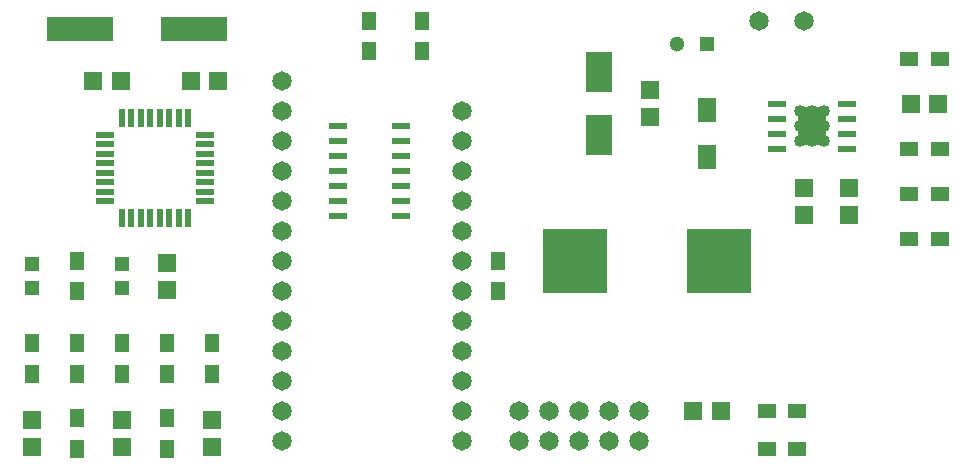
<source format=gts>
G04 #@! TF.FileFunction,Soldermask,Top*
%FSLAX46Y46*%
G04 Gerber Fmt 4.6, Leading zero omitted, Abs format (unit mm)*
G04 Created by KiCad (PCBNEW 0.201507012246+5852~23~ubuntu14.04.1-product) date Sat 04 Jul 2015 06:56:47 PM CDT*
%MOMM*%
G01*
G04 APERTURE LIST*
%ADD10C,0.100000*%
%ADD11R,1.600000X2.000000*%
%ADD12R,1.498600X1.498600*%
%ADD13R,1.198880X1.198880*%
%ADD14R,0.550000X1.600000*%
%ADD15R,1.600000X0.550000*%
%ADD16R,5.400000X5.400000*%
%ADD17C,1.651000*%
%ADD18R,1.501140X1.198880*%
%ADD19R,1.198880X1.501140*%
%ADD20R,1.500000X0.600000*%
%ADD21R,5.600700X2.100580*%
%ADD22R,2.301240X3.500120*%
%ADD23R,2.413000X3.302000*%
%ADD24R,1.500000X0.500000*%
%ADD25C,1.016000*%
%ADD26C,1.300000*%
%ADD27R,1.300000X1.300000*%
G04 APERTURE END LIST*
D10*
D11*
X127635000Y-123285000D03*
X127635000Y-119285000D03*
D12*
X144899380Y-118745000D03*
X147200620Y-118745000D03*
X122809000Y-119895620D03*
X122809000Y-117594380D03*
X135890000Y-125849380D03*
X135890000Y-128150620D03*
X139700000Y-125849380D03*
X139700000Y-128150620D03*
X81915000Y-132199380D03*
X81915000Y-134500620D03*
X70485000Y-145534380D03*
X70485000Y-147835620D03*
X78105000Y-147835620D03*
X78105000Y-145534380D03*
X86240620Y-116840000D03*
X83939380Y-116840000D03*
X75684380Y-116840000D03*
X77985620Y-116840000D03*
D13*
X78105000Y-132300980D03*
X78105000Y-134399020D03*
X70485000Y-132300980D03*
X70485000Y-134399020D03*
D14*
X83699000Y-119956000D03*
X82899000Y-119956000D03*
X82099000Y-119956000D03*
X81299000Y-119956000D03*
X80499000Y-119956000D03*
X79699000Y-119956000D03*
X78899000Y-119956000D03*
X78099000Y-119956000D03*
D15*
X76649000Y-121406000D03*
X76649000Y-122206000D03*
X76649000Y-123006000D03*
X76649000Y-123806000D03*
X76649000Y-124606000D03*
X76649000Y-125406000D03*
X76649000Y-126206000D03*
X76649000Y-127006000D03*
D14*
X78099000Y-128456000D03*
X78899000Y-128456000D03*
X79699000Y-128456000D03*
X80499000Y-128456000D03*
X81299000Y-128456000D03*
X82099000Y-128456000D03*
X82899000Y-128456000D03*
X83699000Y-128456000D03*
D15*
X85149000Y-127006000D03*
X85149000Y-126206000D03*
X85149000Y-125406000D03*
X85149000Y-124606000D03*
X85149000Y-123806000D03*
X85149000Y-123006000D03*
X85149000Y-122206000D03*
X85149000Y-121406000D03*
D16*
X116455000Y-132080000D03*
X128655000Y-132080000D03*
D17*
X111760000Y-147320000D03*
X111760000Y-144780000D03*
X114300000Y-147320000D03*
X116840000Y-147320000D03*
X114300000Y-144780000D03*
X116840000Y-144780000D03*
X119380000Y-147320000D03*
X119380000Y-144780000D03*
X121920000Y-147320000D03*
X121920000Y-144780000D03*
D18*
X147350480Y-126365000D03*
X144749520Y-126365000D03*
X147350480Y-122555000D03*
X144749520Y-122555000D03*
X144749520Y-114935000D03*
X147350480Y-114935000D03*
X147350480Y-130175000D03*
X144749520Y-130175000D03*
D19*
X85725000Y-141635480D03*
X85725000Y-139034520D03*
X74295000Y-141635480D03*
X74295000Y-139034520D03*
X78105000Y-141635480D03*
X78105000Y-139034520D03*
X81915000Y-141635480D03*
X81915000Y-139034520D03*
X74295000Y-145384520D03*
X74295000Y-147985480D03*
X74295000Y-132049520D03*
X74295000Y-134650480D03*
X70485000Y-141635480D03*
X70485000Y-139034520D03*
X81915000Y-145384520D03*
X81915000Y-147985480D03*
X103505000Y-114330480D03*
X103505000Y-111729520D03*
X99060000Y-111729520D03*
X99060000Y-114330480D03*
D20*
X96360000Y-120650000D03*
X96360000Y-121920000D03*
X96360000Y-123190000D03*
X96360000Y-124460000D03*
X96360000Y-125730000D03*
X96360000Y-127000000D03*
X96360000Y-128270000D03*
X101760000Y-128270000D03*
X101760000Y-127000000D03*
X101760000Y-125730000D03*
X101760000Y-124460000D03*
X101760000Y-123190000D03*
X101760000Y-121920000D03*
X101760000Y-120650000D03*
D21*
X84223860Y-112395000D03*
X74526140Y-112395000D03*
D22*
X118491000Y-116044980D03*
X118491000Y-121445020D03*
D23*
X136525000Y-120650000D03*
D24*
X133525000Y-118745000D03*
X133525000Y-120015000D03*
X133525000Y-121285000D03*
X133525000Y-122555000D03*
X139525000Y-118745000D03*
X139525000Y-120015000D03*
X139525000Y-121285000D03*
X139525000Y-122555000D03*
D25*
X136525000Y-120650000D03*
X136525000Y-119380000D03*
X136525000Y-121920000D03*
X137541000Y-119380000D03*
X137541000Y-120650000D03*
X137541000Y-121920000D03*
X135509000Y-121920000D03*
X135509000Y-120650000D03*
X135509000Y-119380000D03*
D12*
X128785620Y-144780000D03*
X126484380Y-144780000D03*
D18*
X135285480Y-144780000D03*
X132684520Y-144780000D03*
X132684520Y-147955000D03*
X135285480Y-147955000D03*
D19*
X109982000Y-134650480D03*
X109982000Y-132049520D03*
D17*
X132080000Y-111760000D03*
X135890000Y-111760000D03*
X91694000Y-116840000D03*
X91694000Y-119380000D03*
X91694000Y-121920000D03*
X91694000Y-124460000D03*
X91694000Y-127000000D03*
X91694000Y-129540000D03*
X91694000Y-132080000D03*
X91694000Y-134620000D03*
X91694000Y-137160000D03*
X91694000Y-139700000D03*
X91694000Y-142240000D03*
X91694000Y-144780000D03*
X91694000Y-147320000D03*
X106934000Y-147320000D03*
X106934000Y-144780000D03*
X106934000Y-142240000D03*
X106934000Y-139700000D03*
X106934000Y-137160000D03*
X106934000Y-134620000D03*
X106934000Y-132080000D03*
X106934000Y-129540000D03*
X106934000Y-127000000D03*
X106934000Y-124460000D03*
X106934000Y-121920000D03*
X106934000Y-119380000D03*
D26*
X125135000Y-113665000D03*
D27*
X127635000Y-113665000D03*
D12*
X85725000Y-147835620D03*
X85725000Y-145534380D03*
M02*

</source>
